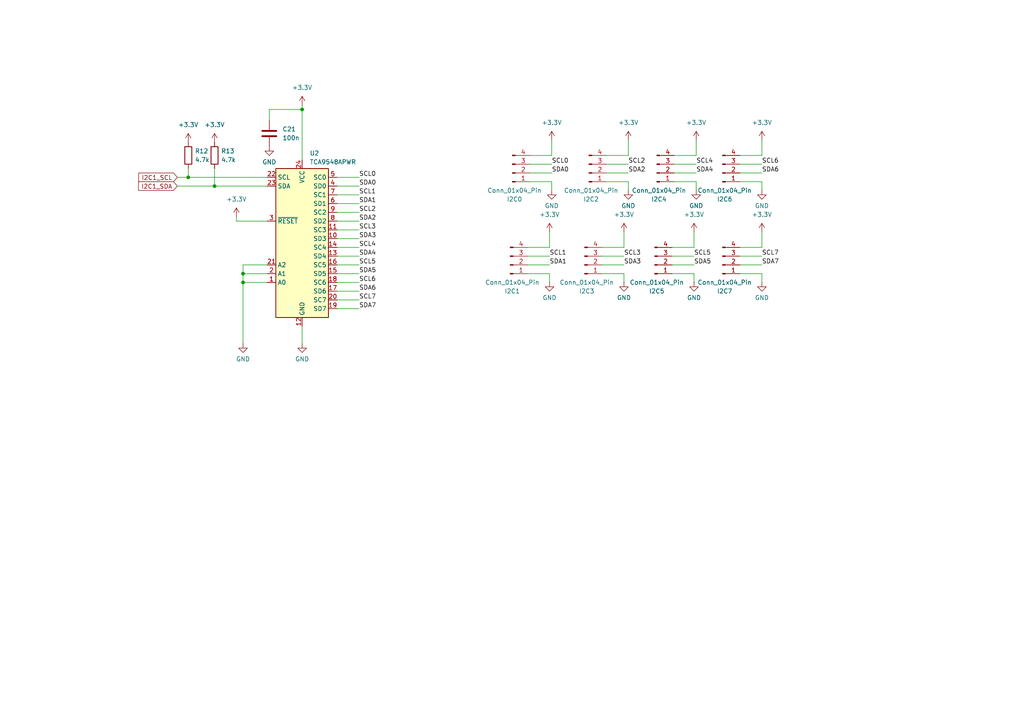
<source format=kicad_sch>
(kicad_sch (version 20231120) (generator "eeschema") (generator_version "8.0")
  (paper "A4")
  (lib_symbols
    (symbol "Connector:Conn_01x04_Pin" (pin_names (offset 1.016) hide)
      (property "Reference" "J" (at 0 5.08 0))
      (property "Value" "Conn_01x04_Pin" (at 0 -7.62 0))
      (symbol "Conn_01x04_Pin_1_1"
        (polyline (pts (xy 1.27 -5.08) (xy 0.8636 -5.08)) (stroke (width 0.1524)))
        (polyline (pts (xy 1.27 -2.54) (xy 0.8636 -2.54)) (stroke (width 0.1524)))
        (polyline (pts (xy 1.27 0) (xy 0.8636 0)) (stroke (width 0.1524)))
        (polyline (pts (xy 1.27 2.54) (xy 0.8636 2.54)) (stroke (width 0.1524)))
        (rectangle (start 0.8636 -4.953) (end 0 -5.207) (stroke (width 0.1524)) (fill (type outline)))
        (rectangle (start 0.8636 -2.413) (end 0 -2.667) (stroke (width 0.1524)) (fill (type outline)))
        (rectangle (start 0.8636 0.127) (end 0 -0.127) (stroke (width 0.1524)) (fill (type outline)))
        (rectangle (start 0.8636 2.667) (end 0 2.413) (stroke (width 0.1524)) (fill (type outline)))
        (pin passive line (at 5.08 2.54 180) (length 3.81) (name "Pin_1") (number "1"))
        (pin passive line (at 5.08 0 180) (length 3.81) (name "Pin_2") (number "2"))
        (pin passive line (at 5.08 -2.54 180) (length 3.81) (name "Pin_3") (number "3"))
        (pin passive line (at 5.08 -5.08 180) (length 3.81) (name "Pin_4") (number "4"))
      )
    )
    (symbol "Device:C" (pin_numbers hide) (pin_names (offset 0.254))
      (property "Reference" "C" (at 0.635 2.54 0))
      (property "Value" "C" (at 0.635 -2.54 0))
      (symbol "C_0_1"
        (polyline (pts (xy -2.032 -0.762) (xy 2.032 -0.762)) (stroke (width 0.508)))
        (polyline (pts (xy -2.032 0.762) (xy 2.032 0.762)) (stroke (width 0.508)))
      )
      (symbol "C_1_1"
        (pin passive line (at 0 3.81 270) (length 2.794) (name "~") (number "1"))
        (pin passive line (at 0 -3.81 90) (length 2.794) (name "~") (number "2"))
      )
    )
    (symbol "Device:R" (pin_numbers hide) (pin_names (offset 0))
      (property "Reference" "R" (at 2.032 0 90))
      (property "Value" "R" (at 0 0 90))
      (symbol "R_0_1"
        (rectangle (start -1.016 -2.54) (end 1.016 2.54) (stroke (width 0.254)))
      )
      (symbol "R_1_1"
        (pin passive line (at 0 3.81 270) (length 1.27) (name "~") (number "1"))
        (pin passive line (at 0 -3.81 90) (length 1.27) (name "~") (number "2"))
      )
    )
    (symbol "Interface_Expansion:TCA9548APWR"
      (property "Reference" "U" (at -7.62 21.59 0))
      (property "Value" "TCA9548APWR" (at 1.016 21.59 0))
      (symbol "TCA9548APWR_0_1"
        (rectangle (start -7.62 20.32) (end 7.62 -22.86) (stroke (width 0.254)) (fill (type background)))
      )
      (symbol "TCA9548APWR_1_1"
        (pin input line (at -10.16 -12.7 0) (length 2.54) (name "A0") (number "1"))
        (pin bidirectional line (at 10.16 0 180) (length 2.54) (name "SD3") (number "10"))
        (pin output line (at 10.16 2.54 180) (length 2.54) (name "SC3") (number "11"))
        (pin power_in line (at 0 -25.4 90) (length 2.54) (name "GND") (number "12"))
        (pin bidirectional line (at 10.16 -5.08 180) (length 2.54) (name "SD4") (number "13"))
        (pin output line (at 10.16 -2.54 180) (length 2.54) (name "SC4") (number "14"))
        (pin bidirectional line (at 10.16 -10.16 180) (length 2.54) (name "SD5") (number "15"))
        (pin output line (at 10.16 -7.62 180) (length 2.54) (name "SC5") (number "16"))
        (pin bidirectional line (at 10.16 -15.24 180) (length 2.54) (name "SD6") (number "17"))
        (pin output line (at 10.16 -12.7 180) (length 2.54) (name "SC6") (number "18"))
        (pin bidirectional line (at 10.16 -20.32 180) (length 2.54) (name "SD7") (number "19"))
        (pin input line (at -10.16 -10.16 0) (length 2.54) (name "A1") (number "2"))
        (pin output line (at 10.16 -17.78 180) (length 2.54) (name "SC7") (number "20"))
        (pin input line (at -10.16 -7.62 0) (length 2.54) (name "A2") (number "21"))
        (pin input line (at -10.16 17.78 0) (length 2.54) (name "SCL") (number "22"))
        (pin bidirectional line (at -10.16 15.24 0) (length 2.54) (name "SDA") (number "23"))
        (pin power_in line (at 0 22.86 270) (length 2.54) (name "VCC") (number "24"))
        (pin input line (at -10.16 5.08 0) (length 2.54) (name "~{RESET}") (number "3"))
        (pin bidirectional line (at 10.16 15.24 180) (length 2.54) (name "SD0") (number "4"))
        (pin output line (at 10.16 17.78 180) (length 2.54) (name "SC0") (number "5"))
        (pin bidirectional line (at 10.16 10.16 180) (length 2.54) (name "SD1") (number "6"))
        (pin output line (at 10.16 12.7 180) (length 2.54) (name "SC1") (number "7"))
        (pin bidirectional line (at 10.16 5.08 180) (length 2.54) (name "SD2") (number "8"))
        (pin output line (at 10.16 7.62 180) (length 2.54) (name "SC2") (number "9"))
      )
    )
    (symbol "power:+3.3V" (power) (pin_names (offset 0))
      (property "Value" "+3.3V" (at 0 3.556 0))
      (symbol "+3.3V_0_1"
        (polyline (pts (xy -0.762 1.27) (xy 0 2.54)))
        (polyline (pts (xy 0 0) (xy 0 2.54)))
        (polyline (pts (xy 0 2.54) (xy 0.762 1.27)))
      )
      (symbol "+3.3V_1_1"
        (pin power_in line (at 0 0 90) (length 0) hide (name "+3.3V") (number "1"))
      )
    )
    (symbol "power:GND" (power) (pin_numbers hide) (pin_names (offset 0) hide)
      (property "Value" "GND" (at 0 -3.81 0))
      (symbol "GND_0_1"
        (polyline (pts (xy 0 0) (xy 0 -1.27) (xy 1.27 -1.27) (xy 0 -2.54) (xy -1.27 -1.27) (xy 0 -1.27)))
      )
      (symbol "GND_1_1"
        (pin power_in line (at 0 0 270) (length 0) (name "~") (number "1"))
      )
    )
  )
  (junction (at 70.485 81.915))
  (junction (at 87.63 31.75))
  (junction (at 70.485 79.375))
  (junction (at 54.61 51.435))
  (junction (at 62.23 53.975))
  (wire (pts (xy 153.67 47.625) (xy 160.02 47.625)))
  (wire (pts (xy 97.79 89.535) (xy 104.14 89.535)))
  (wire (pts (xy 70.485 81.915) (xy 77.47 81.915)))
  (wire (pts (xy 97.79 66.675) (xy 104.14 66.675)))
  (wire (pts (xy 194.945 79.375) (xy 201.295 79.375)))
  (wire (pts (xy 153.035 79.375) (xy 159.385 79.375)))
  (wire (pts (xy 77.47 64.135) (xy 68.58 64.135)))
  (wire (pts (xy 87.63 94.615) (xy 87.63 99.695)))
  (wire (pts (xy 195.58 45.085) (xy 201.93 45.085)))
  (wire (pts (xy 159.385 71.755) (xy 159.385 67.31)))
  (wire (pts (xy 201.295 71.755) (xy 201.295 67.31)))
  (wire (pts (xy 51.435 53.975) (xy 62.23 53.975)))
  (wire (pts (xy 175.895 50.165) (xy 182.245 50.165)))
  (wire (pts (xy 97.79 61.595) (xy 104.14 61.595)))
  (wire (pts (xy 97.79 64.135) (xy 104.14 64.135)))
  (wire (pts (xy 97.79 79.375) (xy 104.14 79.375)))
  (wire (pts (xy 159.385 79.375) (xy 159.385 81.915)))
  (wire (pts (xy 153.035 74.295) (xy 159.385 74.295)))
  (wire (pts (xy 97.79 71.755) (xy 104.14 71.755)))
  (wire (pts (xy 201.93 45.085) (xy 201.93 40.64)))
  (wire (pts (xy 182.245 52.705) (xy 182.245 55.245)))
  (wire (pts (xy 97.79 51.435) (xy 104.14 51.435)))
  (wire (pts (xy 195.58 47.625) (xy 201.93 47.625)))
  (wire (pts (xy 180.975 71.755) (xy 180.975 67.31)))
  (wire (pts (xy 97.79 81.915) (xy 104.14 81.915)))
  (wire (pts (xy 87.63 31.75) (xy 87.63 46.355)))
  (wire (pts (xy 174.625 74.295) (xy 180.975 74.295)))
  (wire (pts (xy 97.79 69.215) (xy 104.14 69.215)))
  (wire (pts (xy 160.02 52.705) (xy 160.02 55.245)))
  (wire (pts (xy 78.105 34.925) (xy 78.105 31.75)))
  (wire (pts (xy 195.58 52.705) (xy 201.93 52.705)))
  (wire (pts (xy 153.67 45.085) (xy 160.02 45.085)))
  (wire (pts (xy 70.485 76.835) (xy 77.47 76.835)))
  (wire (pts (xy 174.625 71.755) (xy 180.975 71.755)))
  (wire (pts (xy 214.63 74.295) (xy 220.98 74.295)))
  (wire (pts (xy 180.975 79.375) (xy 180.975 81.915)))
  (wire (pts (xy 153.67 52.705) (xy 160.02 52.705)))
  (wire (pts (xy 97.79 84.455) (xy 104.14 84.455)))
  (wire (pts (xy 153.035 71.755) (xy 159.385 71.755)))
  (wire (pts (xy 194.945 76.835) (xy 201.295 76.835)))
  (wire (pts (xy 51.435 51.435) (xy 54.61 51.435)))
  (wire (pts (xy 214.63 79.375) (xy 220.98 79.375)))
  (wire (pts (xy 97.79 76.835) (xy 104.14 76.835)))
  (wire (pts (xy 68.58 64.135) (xy 68.58 62.865)))
  (wire (pts (xy 220.98 79.375) (xy 220.98 81.915)))
  (wire (pts (xy 54.61 48.895) (xy 54.61 51.435)))
  (wire (pts (xy 87.63 30.48) (xy 87.63 31.75)))
  (wire (pts (xy 220.98 71.755) (xy 220.98 67.31)))
  (wire (pts (xy 214.63 45.085) (xy 220.98 45.085)))
  (wire (pts (xy 97.79 59.055) (xy 104.14 59.055)))
  (wire (pts (xy 175.895 45.085) (xy 182.245 45.085)))
  (wire (pts (xy 194.945 74.295) (xy 201.295 74.295)))
  (wire (pts (xy 214.63 76.835) (xy 220.98 76.835)))
  (wire (pts (xy 70.485 79.375) (xy 70.485 81.915)))
  (wire (pts (xy 194.945 71.755) (xy 201.295 71.755)))
  (wire (pts (xy 62.23 48.895) (xy 62.23 53.975)))
  (wire (pts (xy 153.67 50.165) (xy 160.02 50.165)))
  (wire (pts (xy 160.02 45.085) (xy 160.02 40.64)))
  (wire (pts (xy 97.79 74.295) (xy 104.14 74.295)))
  (wire (pts (xy 175.895 47.625) (xy 182.245 47.625)))
  (wire (pts (xy 174.625 76.835) (xy 180.975 76.835)))
  (wire (pts (xy 54.61 51.435) (xy 77.47 51.435)))
  (wire (pts (xy 195.58 50.165) (xy 201.93 50.165)))
  (wire (pts (xy 78.105 31.75) (xy 87.63 31.75)))
  (wire (pts (xy 97.79 86.995) (xy 104.14 86.995)))
  (wire (pts (xy 77.47 79.375) (xy 70.485 79.375)))
  (wire (pts (xy 97.79 53.975) (xy 104.14 53.975)))
  (wire (pts (xy 220.98 45.085) (xy 220.98 40.64)))
  (wire (pts (xy 70.485 81.915) (xy 70.485 99.695)))
  (wire (pts (xy 174.625 79.375) (xy 180.975 79.375)))
  (wire (pts (xy 153.035 76.835) (xy 159.385 76.835)))
  (wire (pts (xy 62.23 53.975) (xy 77.47 53.975)))
  (wire (pts (xy 214.63 50.165) (xy 220.98 50.165)))
  (wire (pts (xy 214.63 71.755) (xy 220.98 71.755)))
  (wire (pts (xy 182.245 45.085) (xy 182.245 40.64)))
  (wire (pts (xy 214.63 47.625) (xy 220.98 47.625)))
  (wire (pts (xy 201.295 79.375) (xy 201.295 81.915)))
  (wire (pts (xy 214.63 52.705) (xy 220.98 52.705)))
  (wire (pts (xy 220.98 52.705) (xy 220.98 55.245)))
  (wire (pts (xy 175.895 52.705) (xy 182.245 52.705)))
  (wire (pts (xy 70.485 76.835) (xy 70.485 79.375)))
  (wire (pts (xy 201.93 52.705) (xy 201.93 55.245)))
  (wire (pts (xy 97.79 56.515) (xy 104.14 56.515)))
  (label "SDA5" (at 104.14 79.375 0))
  (label "SDA4" (at 201.93 50.165 0))
  (label "SCL0" (at 104.14 51.435 0))
  (label "SCL7" (at 220.98 74.295 0))
  (label "SDA2" (at 182.245 50.165 0))
  (label "SDA4" (at 104.14 74.295 0))
  (label "SCL4" (at 201.93 47.625 0))
  (label "SDA6" (at 104.14 84.455 0))
  (label "SCL7" (at 104.14 86.995 0))
  (label "SCL3" (at 180.975 74.295 0))
  (label "SDA7" (at 104.14 89.535 0))
  (label "SDA1" (at 104.14 59.055 0))
  (label "SCL5" (at 104.14 76.835 0))
  (label "SCL2" (at 182.245 47.625 0))
  (label "SDA0" (at 160.02 50.165 0))
  (label "SDA3" (at 180.975 76.835 0))
  (label "SCL1" (at 104.14 56.515 0))
  (label "SDA3" (at 104.14 69.215 0))
  (label "SCL6" (at 220.98 47.625 0))
  (label "SCL4" (at 104.14 71.755 0))
  (label "SDA7" (at 220.98 76.835 0))
  (label "SCL3" (at 104.14 66.675 0))
  (label "SCL2" (at 104.14 61.595 0))
  (label "SDA1" (at 159.385 76.835 0))
  (label "SCL1" (at 159.385 74.295 0))
  (label "SCL0" (at 160.02 47.625 0))
  (label "SDA0" (at 104.14 53.975 0))
  (label "SCL5" (at 201.295 74.295 0))
  (label "SCL6" (at 104.14 81.915 0))
  (label "SDA5" (at 201.295 76.835 0))
  (label "SDA2" (at 104.14 64.135 0))
  (label "SDA6" (at 220.98 50.165 0))
  (global_label "I2C1_SDA" (shape input) (at 51.435 53.975 180) (property "Intersheetrefs" "${INTERSHEET_REFS}" (effects (hide yes))))
  (global_label "I2C1_SCL" (shape input) (at 51.435 51.435 180) (property "Intersheetrefs" "${INTERSHEET_REFS}" (effects (hide yes))))
  (symbol (lib_id "power:GND") (at 220.98 55.245 0) (unit 1)
    (property "Reference" "#PWR064" (effects (hide yes)))
    (property "Value" "GND" (at 220.98 59.69 0))
    (property "Description" "Power symbol creates a global label with name \"GND\" , ground" (effects (hide yes)))
  )
  (symbol (lib_id "power:GND") (at 160.02 55.245 0) (unit 1)
    (property "Reference" "#PWR052" (effects (hide yes)))
    (property "Value" "GND" (at 160.02 59.69 0))
    (property "Description" "Power symbol creates a global label with name \"GND\" , ground" (effects (hide yes)))
  )
  (symbol (lib_id "power:GND") (at 182.245 55.245 0) (unit 1)
    (property "Reference" "#PWR056" (effects (hide yes)))
    (property "Value" "GND" (at 182.245 59.69 0))
    (property "Description" "Power symbol creates a global label with name \"GND\" , ground" (effects (hide yes)))
  )
  (symbol (lib_id "Connector:Conn_01x04_Pin") (at 190.5 50.165 0) (mirror x) (unit 1)
    (property "Reference" "I2C4" (at 191.135 57.785 0))
    (property "Value" "Conn_01x04_Pin" (at 191.135 55.245 0))
    (property "Footprint" "Connector_JST:JST_XH_B4B-XH-A_1x04_P2.50mm_Vertical" (effects (hide yes)))
    (property "Description" "Generic connector, single row, 01x04, script generated" (effects (hide yes)))
  )
  (symbol (lib_id "Connector:Conn_01x04_Pin") (at 209.55 50.165 0) (mirror x) (unit 1)
    (property "Reference" "I2C6" (at 210.185 57.785 0))
    (property "Value" "Conn_01x04_Pin" (at 210.185 55.245 0))
    (property "Footprint" "Connector_JST:JST_XH_B4B-XH-A_1x04_P2.50mm_Vertical" (effects (hide yes)))
    (property "Description" "Generic connector, single row, 01x04, script generated" (effects (hide yes)))
  )
  (symbol (lib_id "power:+3.3V") (at 220.98 40.64 0) (unit 1)
    (property "Reference" "#PWR063" (effects (hide yes)))
    (property "Value" "+3.3V" (at 220.98 35.56 0))
  )
  (symbol (lib_id "Device:C") (at 78.105 38.735 180) (unit 1)
    (property "Reference" "C21" (at 81.915 37.4649 0) (effects (justify right)))
    (property "Value" "100n" (at 81.915 40.0049 0) (effects (justify right)))
    (property "Footprint" "Capacitor_SMD:C_0603_1608Metric_Pad1.08x0.95mm_HandSolder" (effects (hide yes)))
    (property "Description" "Unpolarized capacitor" (effects (hide yes)))
  )
  (symbol (lib_id "power:+3.3V") (at 54.61 41.275 0) (unit 1)
    (property "Reference" "#PWR079" (effects (hide yes)))
    (property "Value" "+3.3V" (at 54.61 36.195 0))
  )
  (symbol (lib_id "power:GND") (at 180.975 81.915 0) (unit 1)
    (property "Reference" "#PWR058" (effects (hide yes)))
    (property "Value" "GND" (at 180.975 86.36 0))
    (property "Description" "Power symbol creates a global label with name \"GND\" , ground" (effects (hide yes)))
  )
  (symbol (lib_id "Interface_Expansion:TCA9548APWR") (at 87.63 69.215 0) (unit 1)
    (property "Reference" "U2" (at 89.8241 44.45 0) (effects (justify left)))
    (property "Value" "TCA9548APWR" (at 89.8241 46.99 0) (effects (justify left)))
    (property "Footprint" "Package_SO:TSSOP-24_4.4x7.8mm_P0.65mm" (effects (hide yes)))
    (property "Datasheet" "http://www.ti.com/lit/ds/symlink/tca9548a.pdf" (effects (hide yes)))
    (property "Description" "Low voltage 8-channel I2C switch with reset, TSSOP-24" (effects (hide yes)))
  )
  (symbol (lib_id "power:GND") (at 70.485 99.695 0) (unit 1)
    (property "Reference" "#PWR047" (effects (hide yes)))
    (property "Value" "GND" (at 70.485 104.14 0))
    (property "Description" "Power symbol creates a global label with name \"GND\" , ground" (effects (hide yes)))
  )
  (symbol (lib_id "power:+3.3V") (at 62.23 41.275 0) (unit 1)
    (property "Reference" "#PWR080" (effects (hide yes)))
    (property "Value" "+3.3V" (at 62.23 36.195 0))
  )
  (symbol (lib_id "Connector:Conn_01x04_Pin") (at 189.865 76.835 0) (mirror x) (unit 1)
    (property "Reference" "I2C5" (at 190.5 84.455 0))
    (property "Value" "Conn_01x04_Pin" (at 190.5 81.915 0))
    (property "Footprint" "Connector_JST:JST_XH_B4B-XH-A_1x04_P2.50mm_Vertical" (effects (hide yes)))
    (property "Description" "Generic connector, single row, 01x04, script generated" (effects (hide yes)))
  )
  (symbol (lib_id "power:GND") (at 201.93 55.245 0) (unit 1)
    (property "Reference" "#PWR060" (effects (hide yes)))
    (property "Value" "GND" (at 201.93 59.69 0))
    (property "Description" "Power symbol creates a global label with name \"GND\" , ground" (effects (hide yes)))
  )
  (symbol (lib_id "Connector:Conn_01x04_Pin") (at 170.815 50.165 0) (mirror x) (unit 1)
    (property "Reference" "I2C2" (at 171.45 57.785 0))
    (property "Value" "Conn_01x04_Pin" (at 171.45 55.245 0))
    (property "Footprint" "Connector_JST:JST_XH_B4B-XH-A_1x04_P2.50mm_Vertical" (effects (hide yes)))
    (property "Description" "Generic connector, single row, 01x04, script generated" (effects (hide yes)))
  )
  (symbol (lib_id "power:+3.3V") (at 68.58 62.865 0) (unit 1)
    (property "Reference" "#PWR049" (effects (hide yes)))
    (property "Value" "+3.3V" (at 68.58 57.785 0))
  )
  (symbol (lib_id "power:GND") (at 87.63 99.695 0) (unit 1)
    (property "Reference" "#PWR046" (effects (hide yes)))
    (property "Value" "GND" (at 87.63 104.14 0))
    (property "Description" "Power symbol creates a global label with name \"GND\" , ground" (effects (hide yes)))
  )
  (symbol (lib_id "power:GND") (at 220.98 81.915 0) (unit 1)
    (property "Reference" "#PWR066" (effects (hide yes)))
    (property "Value" "GND" (at 220.98 86.36 0))
    (property "Description" "Power symbol creates a global label with name \"GND\" , ground" (effects (hide yes)))
  )
  (symbol (lib_id "Connector:Conn_01x04_Pin") (at 169.545 76.835 0) (mirror x) (unit 1)
    (property "Reference" "I2C3" (at 170.18 84.455 0))
    (property "Value" "Conn_01x04_Pin" (at 170.18 81.915 0))
    (property "Footprint" "Connector_JST:JST_XH_B4B-XH-A_1x04_P2.50mm_Vertical" (effects (hide yes)))
    (property "Description" "Generic connector, single row, 01x04, script generated" (effects (hide yes)))
  )
  (symbol (lib_id "Connector:Conn_01x04_Pin") (at 209.55 76.835 0) (mirror x) (unit 1)
    (property "Reference" "I2C7" (at 210.185 84.455 0))
    (property "Value" "Conn_01x04_Pin" (at 210.185 81.915 0))
    (property "Footprint" "Connector_JST:JST_XH_B4B-XH-A_1x04_P2.50mm_Vertical" (effects (hide yes)))
    (property "Description" "Generic connector, single row, 01x04, script generated" (effects (hide yes)))
  )
  (symbol (lib_id "Connector:Conn_01x04_Pin") (at 148.59 50.165 0) (mirror x) (unit 1)
    (property "Reference" "I2C0" (at 149.225 57.785 0))
    (property "Value" "Conn_01x04_Pin" (at 149.225 55.245 0))
    (property "Footprint" "Connector_JST:JST_XH_B4B-XH-A_1x04_P2.50mm_Vertical" (effects (hide yes)))
    (property "Description" "Generic connector, single row, 01x04, script generated" (effects (hide yes)))
  )
  (symbol (lib_id "power:+3.3V") (at 180.975 67.31 0) (unit 1)
    (property "Reference" "#PWR057" (effects (hide yes)))
    (property "Value" "+3.3V" (at 180.975 62.23 0))
  )
  (symbol (lib_id "power:GND") (at 159.385 81.915 0) (unit 1)
    (property "Reference" "#PWR054" (effects (hide yes)))
    (property "Value" "GND" (at 159.385 86.36 0))
    (property "Description" "Power symbol creates a global label with name \"GND\" , ground" (effects (hide yes)))
  )
  (symbol (lib_id "power:+3.3V") (at 160.02 40.64 0) (unit 1)
    (property "Reference" "#PWR051" (effects (hide yes)))
    (property "Value" "+3.3V" (at 160.02 35.56 0))
  )
  (symbol (lib_id "power:GND") (at 78.105 42.545 0) (unit 1)
    (property "Reference" "#PWR050" (effects (hide yes)))
    (property "Value" "GND" (at 78.105 46.99 0))
    (property "Description" "Power symbol creates a global label with name \"GND\" , ground" (effects (hide yes)))
  )
  (symbol (lib_id "power:+3.3V") (at 220.98 67.31 0) (unit 1)
    (property "Reference" "#PWR065" (effects (hide yes)))
    (property "Value" "+3.3V" (at 220.98 62.23 0))
  )
  (symbol (lib_id "Device:R") (at 54.61 45.085 0) (unit 1)
    (property "Reference" "R12" (at 56.515 43.8149 0) (effects (justify left)))
    (property "Value" "4.7k" (at 56.515 46.3549 0) (effects (justify left)))
    (property "Footprint" "Resistor_SMD:R_0603_1608Metric_Pad0.98x0.95mm_HandSolder" (effects (hide yes)))
    (property "Description" "Resistor" (effects (hide yes)))
  )
  (symbol (lib_id "power:+3.3V") (at 182.245 40.64 0) (unit 1)
    (property "Reference" "#PWR055" (effects (hide yes)))
    (property "Value" "+3.3V" (at 182.245 35.56 0))
  )
  (symbol (lib_id "power:+3.3V") (at 159.385 67.31 0) (unit 1)
    (property "Reference" "#PWR053" (effects (hide yes)))
    (property "Value" "+3.3V" (at 159.385 62.23 0))
  )
  (symbol (lib_id "power:+3.3V") (at 201.295 67.31 0) (unit 1)
    (property "Reference" "#PWR061" (effects (hide yes)))
    (property "Value" "+3.3V" (at 201.295 62.23 0))
  )
  (symbol (lib_id "Connector:Conn_01x04_Pin") (at 147.955 76.835 0) (mirror x) (unit 1)
    (property "Reference" "I2C1" (at 148.59 84.455 0))
    (property "Value" "Conn_01x04_Pin" (at 148.59 81.915 0))
    (property "Footprint" "Connector_JST:JST_XH_B4B-XH-A_1x04_P2.50mm_Vertical" (effects (hide yes)))
    (property "Description" "Generic connector, single row, 01x04, script generated" (effects (hide yes)))
  )
  (symbol (lib_id "power:GND") (at 201.295 81.915 0) (unit 1)
    (property "Reference" "#PWR062" (effects (hide yes)))
    (property "Value" "GND" (at 201.295 86.36 0))
    (property "Description" "Power symbol creates a global label with name \"GND\" , ground" (effects (hide yes)))
  )
  (symbol (lib_id "power:+3.3V") (at 201.93 40.64 0) (unit 1)
    (property "Reference" "#PWR059" (effects (hide yes)))
    (property "Value" "+3.3V" (at 201.93 35.56 0))
  )
  (symbol (lib_id "Device:R") (at 62.23 45.085 0) (unit 1)
    (property "Reference" "R13" (at 64.135 43.8149 0) (effects (justify left)))
    (property "Value" "4.7k" (at 64.135 46.3549 0) (effects (justify left)))
    (property "Footprint" "Resistor_SMD:R_0603_1608Metric_Pad0.98x0.95mm_HandSolder" (effects (hide yes)))
    (property "Description" "Resistor" (effects (hide yes)))
  )
  (symbol (lib_id "power:+3.3V") (at 87.63 30.48 0) (unit 1)
    (property "Reference" "#PWR048" (effects (hide yes)))
    (property "Value" "+3.3V" (at 87.63 25.4 0))
  )
)
</source>
